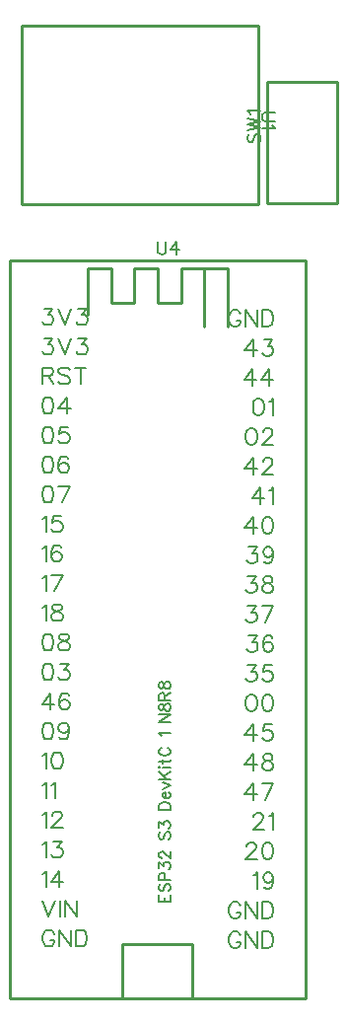
<source format=gto>
G04 Layer: TopSilkscreenLayer*
G04 EasyEDA v6.5.51, 2026-01-27 03:17:30*
G04 77339762291546cc9e75e89c24e87ab3,64650944e1e6431b8ca2675abf886f56,10*
G04 Gerber Generator version 0.2*
G04 Scale: 100 percent, Rotated: No, Reflected: No *
G04 Dimensions in millimeters *
G04 leading zeros omitted , absolute positions ,4 integer and 5 decimal *
%FSLAX45Y45*%
%MOMM*%

%ADD10C,0.1524*%
%ADD11C,0.2032*%
%ADD12C,0.2540*%
%ADD13C,0.0109*%

%LPD*%
D10*
X2821177Y3869944D02*
G01*
X2810763Y3859529D01*
X2805684Y3844036D01*
X2805684Y3823207D01*
X2810763Y3807713D01*
X2821177Y3797300D01*
X2831591Y3797300D01*
X2842006Y3802379D01*
X2847340Y3807713D01*
X2852420Y3818128D01*
X2862834Y3849370D01*
X2867913Y3859529D01*
X2873247Y3864863D01*
X2883661Y3869944D01*
X2899156Y3869944D01*
X2909570Y3859529D01*
X2914650Y3844036D01*
X2914650Y3823207D01*
X2909570Y3807713D01*
X2899156Y3797300D01*
X2805684Y3904234D02*
G01*
X2914650Y3930395D01*
X2805684Y3956304D02*
G01*
X2914650Y3930395D01*
X2805684Y3956304D02*
G01*
X2914650Y3982212D01*
X2805684Y4008120D02*
G01*
X2914650Y3982212D01*
X2826511Y4042410D02*
G01*
X2821177Y4052823D01*
X2805684Y4068571D01*
X2914650Y4068571D01*
X3036315Y4051300D02*
G01*
X2958338Y4051300D01*
X2942843Y4046220D01*
X2932429Y4035805D01*
X2927350Y4020057D01*
X2927350Y4009644D01*
X2932429Y3994150D01*
X2942843Y3983736D01*
X2958338Y3978655D01*
X3036315Y3978655D01*
X3015488Y3944365D02*
G01*
X3020822Y3933952D01*
X3036315Y3918204D01*
X2927350Y3918204D01*
X2032000Y2947515D02*
G01*
X2032000Y2869537D01*
X2037079Y2854043D01*
X2047493Y2843629D01*
X2063241Y2838549D01*
X2073656Y2838549D01*
X2089150Y2843629D01*
X2099563Y2854043D01*
X2104643Y2869537D01*
X2104643Y2947515D01*
X2191004Y2947515D02*
G01*
X2138934Y2874871D01*
X2216911Y2874871D01*
X2191004Y2947515D02*
G01*
X2191004Y2838549D01*
D11*
X1055115Y2373884D02*
G01*
X1130045Y2373884D01*
X1089152Y2319273D01*
X1109471Y2319273D01*
X1123187Y2312415D01*
X1130045Y2305557D01*
X1136904Y2285237D01*
X1136904Y2271521D01*
X1130045Y2251202D01*
X1116329Y2237486D01*
X1096010Y2230628D01*
X1075436Y2230628D01*
X1055115Y2237486D01*
X1048257Y2244344D01*
X1041400Y2258060D01*
X1181862Y2373884D02*
G01*
X1236471Y2230628D01*
X1290828Y2373884D02*
G01*
X1236471Y2230628D01*
X1349502Y2373884D02*
G01*
X1424686Y2373884D01*
X1383792Y2319273D01*
X1404112Y2319273D01*
X1417828Y2312415D01*
X1424686Y2305557D01*
X1431289Y2285237D01*
X1431289Y2271521D01*
X1424686Y2251202D01*
X1410970Y2237486D01*
X1390395Y2230628D01*
X1370076Y2230628D01*
X1349502Y2237486D01*
X1342644Y2244344D01*
X1336039Y2258060D01*
X1055115Y2119884D02*
G01*
X1130045Y2119884D01*
X1089152Y2065273D01*
X1109471Y2065273D01*
X1123187Y2058415D01*
X1130045Y2051557D01*
X1136904Y2031237D01*
X1136904Y2017521D01*
X1130045Y1997202D01*
X1116329Y1983486D01*
X1096010Y1976628D01*
X1075436Y1976628D01*
X1055115Y1983486D01*
X1048257Y1990344D01*
X1041400Y2004060D01*
X1181862Y2119884D02*
G01*
X1236471Y1976628D01*
X1290828Y2119884D02*
G01*
X1236471Y1976628D01*
X1349502Y2119884D02*
G01*
X1424686Y2119884D01*
X1383792Y2065273D01*
X1404112Y2065273D01*
X1417828Y2058415D01*
X1424686Y2051557D01*
X1431289Y2031237D01*
X1431289Y2017521D01*
X1424686Y1997202D01*
X1410970Y1983486D01*
X1390395Y1976628D01*
X1370076Y1976628D01*
X1349502Y1983486D01*
X1342644Y1990344D01*
X1336039Y2004060D01*
X1041400Y1865884D02*
G01*
X1041400Y1722628D01*
X1041400Y1865884D02*
G01*
X1102868Y1865884D01*
X1123187Y1859026D01*
X1130045Y1852168D01*
X1136904Y1838705D01*
X1136904Y1824989D01*
X1130045Y1811273D01*
X1123187Y1804415D01*
X1102868Y1797557D01*
X1041400Y1797557D01*
X1089152Y1797557D02*
G01*
X1136904Y1722628D01*
X1277365Y1845310D02*
G01*
X1263650Y1859026D01*
X1243329Y1865884D01*
X1215897Y1865884D01*
X1195578Y1859026D01*
X1181862Y1845310D01*
X1181862Y1831847D01*
X1188720Y1818131D01*
X1195578Y1811273D01*
X1209039Y1804415D01*
X1249934Y1790954D01*
X1263650Y1784095D01*
X1270507Y1777237D01*
X1277365Y1763521D01*
X1277365Y1743202D01*
X1263650Y1729486D01*
X1243329Y1722628D01*
X1215897Y1722628D01*
X1195578Y1729486D01*
X1181862Y1743202D01*
X1370076Y1865884D02*
G01*
X1370076Y1722628D01*
X1322323Y1865884D02*
G01*
X1417828Y1865884D01*
X1041400Y-2706115D02*
G01*
X1096010Y-2849371D01*
X1150365Y-2706115D02*
G01*
X1096010Y-2849371D01*
X1195578Y-2706115D02*
G01*
X1195578Y-2849371D01*
X1240536Y-2706115D02*
G01*
X1240536Y-2849371D01*
X1240536Y-2706115D02*
G01*
X1336039Y-2849371D01*
X1336039Y-2706115D02*
G01*
X1336039Y-2849371D01*
X1143762Y-2994152D02*
G01*
X1136904Y-2980689D01*
X1123187Y-2966973D01*
X1109471Y-2960115D01*
X1082294Y-2960115D01*
X1068578Y-2966973D01*
X1055115Y-2980689D01*
X1048257Y-2994152D01*
X1041400Y-3014726D01*
X1041400Y-3048762D01*
X1048257Y-3069336D01*
X1055115Y-3082797D01*
X1068578Y-3096513D01*
X1082294Y-3103371D01*
X1109471Y-3103371D01*
X1123187Y-3096513D01*
X1136904Y-3082797D01*
X1143762Y-3069336D01*
X1143762Y-3048762D01*
X1109471Y-3048762D02*
G01*
X1143762Y-3048762D01*
X1188720Y-2960115D02*
G01*
X1188720Y-3103371D01*
X1188720Y-2960115D02*
G01*
X1284223Y-3103371D01*
X1284223Y-2960115D02*
G01*
X1284223Y-3103371D01*
X1329181Y-2960115D02*
G01*
X1329181Y-3103371D01*
X1329181Y-2960115D02*
G01*
X1376934Y-2960115D01*
X1397254Y-2966973D01*
X1410970Y-2980689D01*
X1417828Y-2994152D01*
X1424686Y-3014726D01*
X1424686Y-3048762D01*
X1417828Y-3069336D01*
X1410970Y-3082797D01*
X1397254Y-3096513D01*
X1376934Y-3103371D01*
X1329181Y-3103371D01*
X1082294Y1611884D02*
G01*
X1061973Y1605026D01*
X1048257Y1584705D01*
X1041400Y1550415D01*
X1041400Y1530095D01*
X1048257Y1496060D01*
X1061973Y1475486D01*
X1082294Y1468628D01*
X1096010Y1468628D01*
X1116329Y1475486D01*
X1130045Y1496060D01*
X1136904Y1530095D01*
X1136904Y1550415D01*
X1130045Y1584705D01*
X1116329Y1605026D01*
X1096010Y1611884D01*
X1082294Y1611884D01*
X1249934Y1611884D02*
G01*
X1181862Y1516379D01*
X1284223Y1516379D01*
X1249934Y1611884D02*
G01*
X1249934Y1468628D01*
X1082294Y1357884D02*
G01*
X1061973Y1351026D01*
X1048257Y1330705D01*
X1041400Y1296415D01*
X1041400Y1276095D01*
X1048257Y1242060D01*
X1061973Y1221486D01*
X1082294Y1214628D01*
X1096010Y1214628D01*
X1116329Y1221486D01*
X1130045Y1242060D01*
X1136904Y1276095D01*
X1136904Y1296415D01*
X1130045Y1330705D01*
X1116329Y1351026D01*
X1096010Y1357884D01*
X1082294Y1357884D01*
X1263650Y1357884D02*
G01*
X1195578Y1357884D01*
X1188720Y1296415D01*
X1195578Y1303273D01*
X1215897Y1310131D01*
X1236471Y1310131D01*
X1256792Y1303273D01*
X1270507Y1289557D01*
X1277365Y1269237D01*
X1277365Y1255521D01*
X1270507Y1235202D01*
X1256792Y1221486D01*
X1236471Y1214628D01*
X1215897Y1214628D01*
X1195578Y1221486D01*
X1188720Y1228344D01*
X1181862Y1242060D01*
X1082294Y1103884D02*
G01*
X1061973Y1097026D01*
X1048257Y1076705D01*
X1041400Y1042415D01*
X1041400Y1022095D01*
X1048257Y988060D01*
X1061973Y967486D01*
X1082294Y960628D01*
X1096010Y960628D01*
X1116329Y967486D01*
X1130045Y988060D01*
X1136904Y1022095D01*
X1136904Y1042415D01*
X1130045Y1076705D01*
X1116329Y1097026D01*
X1096010Y1103884D01*
X1082294Y1103884D01*
X1263650Y1083310D02*
G01*
X1256792Y1097026D01*
X1236471Y1103884D01*
X1222755Y1103884D01*
X1202436Y1097026D01*
X1188720Y1076705D01*
X1181862Y1042415D01*
X1181862Y1008379D01*
X1188720Y981202D01*
X1202436Y967486D01*
X1222755Y960628D01*
X1229613Y960628D01*
X1249934Y967486D01*
X1263650Y981202D01*
X1270507Y1001521D01*
X1270507Y1008379D01*
X1263650Y1028954D01*
X1249934Y1042415D01*
X1229613Y1049273D01*
X1222755Y1049273D01*
X1202436Y1042415D01*
X1188720Y1028954D01*
X1181862Y1008379D01*
X1082294Y849884D02*
G01*
X1061973Y843026D01*
X1048257Y822705D01*
X1041400Y788415D01*
X1041400Y768095D01*
X1048257Y734060D01*
X1061973Y713486D01*
X1082294Y706628D01*
X1096010Y706628D01*
X1116329Y713486D01*
X1130045Y734060D01*
X1136904Y768095D01*
X1136904Y788415D01*
X1130045Y822705D01*
X1116329Y843026D01*
X1096010Y849884D01*
X1082294Y849884D01*
X1277365Y849884D02*
G01*
X1209039Y706628D01*
X1181862Y849884D02*
G01*
X1277365Y849884D01*
X1041400Y568705D02*
G01*
X1055115Y575310D01*
X1075436Y595884D01*
X1075436Y452628D01*
X1202436Y595884D02*
G01*
X1134110Y595884D01*
X1127252Y534415D01*
X1134110Y541273D01*
X1154684Y548131D01*
X1175004Y548131D01*
X1195578Y541273D01*
X1209039Y527557D01*
X1215897Y507237D01*
X1215897Y493521D01*
X1209039Y473202D01*
X1195578Y459486D01*
X1175004Y452628D01*
X1154684Y452628D01*
X1134110Y459486D01*
X1127252Y466344D01*
X1120394Y480060D01*
X1041400Y314705D02*
G01*
X1055115Y321310D01*
X1075436Y341884D01*
X1075436Y198628D01*
X1202436Y321310D02*
G01*
X1195578Y335026D01*
X1175004Y341884D01*
X1161287Y341884D01*
X1140968Y335026D01*
X1127252Y314705D01*
X1120394Y280415D01*
X1120394Y246379D01*
X1127252Y219202D01*
X1140968Y205486D01*
X1161287Y198628D01*
X1168145Y198628D01*
X1188720Y205486D01*
X1202436Y219202D01*
X1209039Y239521D01*
X1209039Y246379D01*
X1202436Y266954D01*
X1188720Y280415D01*
X1168145Y287273D01*
X1161287Y287273D01*
X1140968Y280415D01*
X1127252Y266954D01*
X1120394Y246379D01*
X1041400Y60705D02*
G01*
X1055115Y67310D01*
X1075436Y87884D01*
X1075436Y-55371D01*
X1215897Y87884D02*
G01*
X1147826Y-55371D01*
X1120394Y87884D02*
G01*
X1215897Y87884D01*
X1041400Y-193294D02*
G01*
X1055115Y-186689D01*
X1075436Y-166115D01*
X1075436Y-309371D01*
X1154684Y-166115D02*
G01*
X1134110Y-172973D01*
X1127252Y-186689D01*
X1127252Y-200152D01*
X1134110Y-213868D01*
X1147826Y-220726D01*
X1175004Y-227584D01*
X1195578Y-234442D01*
X1209039Y-247904D01*
X1215897Y-261620D01*
X1215897Y-281939D01*
X1209039Y-295655D01*
X1202436Y-302513D01*
X1181862Y-309371D01*
X1154684Y-309371D01*
X1134110Y-302513D01*
X1127252Y-295655D01*
X1120394Y-281939D01*
X1120394Y-261620D01*
X1127252Y-247904D01*
X1140968Y-234442D01*
X1161287Y-227584D01*
X1188720Y-220726D01*
X1202436Y-213868D01*
X1209039Y-200152D01*
X1209039Y-186689D01*
X1202436Y-172973D01*
X1181862Y-166115D01*
X1154684Y-166115D01*
X1082294Y-420115D02*
G01*
X1061973Y-426973D01*
X1048257Y-447294D01*
X1041400Y-481584D01*
X1041400Y-501904D01*
X1048257Y-535939D01*
X1061973Y-556513D01*
X1082294Y-563371D01*
X1096010Y-563371D01*
X1116329Y-556513D01*
X1130045Y-535939D01*
X1136904Y-501904D01*
X1136904Y-481584D01*
X1130045Y-447294D01*
X1116329Y-426973D01*
X1096010Y-420115D01*
X1082294Y-420115D01*
X1215897Y-420115D02*
G01*
X1195578Y-426973D01*
X1188720Y-440689D01*
X1188720Y-454152D01*
X1195578Y-467868D01*
X1209039Y-474726D01*
X1236471Y-481584D01*
X1256792Y-488442D01*
X1270507Y-501904D01*
X1277365Y-515620D01*
X1277365Y-535939D01*
X1270507Y-549655D01*
X1263650Y-556513D01*
X1243329Y-563371D01*
X1215897Y-563371D01*
X1195578Y-556513D01*
X1188720Y-549655D01*
X1181862Y-535939D01*
X1181862Y-515620D01*
X1188720Y-501904D01*
X1202436Y-488442D01*
X1222755Y-481584D01*
X1249934Y-474726D01*
X1263650Y-467868D01*
X1270507Y-454152D01*
X1270507Y-440689D01*
X1263650Y-426973D01*
X1243329Y-420115D01*
X1215897Y-420115D01*
X1082294Y-674115D02*
G01*
X1061973Y-680973D01*
X1048257Y-701294D01*
X1041400Y-735584D01*
X1041400Y-755904D01*
X1048257Y-789939D01*
X1061973Y-810513D01*
X1082294Y-817371D01*
X1096010Y-817371D01*
X1116329Y-810513D01*
X1130045Y-789939D01*
X1136904Y-755904D01*
X1136904Y-735584D01*
X1130045Y-701294D01*
X1116329Y-680973D01*
X1096010Y-674115D01*
X1082294Y-674115D01*
X1195578Y-674115D02*
G01*
X1270507Y-674115D01*
X1229613Y-728726D01*
X1249934Y-728726D01*
X1263650Y-735584D01*
X1270507Y-742442D01*
X1277365Y-762762D01*
X1277365Y-776478D01*
X1270507Y-796797D01*
X1256792Y-810513D01*
X1236471Y-817371D01*
X1215897Y-817371D01*
X1195578Y-810513D01*
X1188720Y-803655D01*
X1181862Y-789939D01*
X1109471Y-928115D02*
G01*
X1041400Y-1023620D01*
X1143762Y-1023620D01*
X1109471Y-928115D02*
G01*
X1109471Y-1071371D01*
X1270507Y-948689D02*
G01*
X1263650Y-934973D01*
X1243329Y-928115D01*
X1229613Y-928115D01*
X1209039Y-934973D01*
X1195578Y-955294D01*
X1188720Y-989584D01*
X1188720Y-1023620D01*
X1195578Y-1050797D01*
X1209039Y-1064513D01*
X1229613Y-1071371D01*
X1236471Y-1071371D01*
X1256792Y-1064513D01*
X1270507Y-1050797D01*
X1277365Y-1030478D01*
X1277365Y-1023620D01*
X1270507Y-1003045D01*
X1256792Y-989584D01*
X1236471Y-982726D01*
X1229613Y-982726D01*
X1209039Y-989584D01*
X1195578Y-1003045D01*
X1188720Y-1023620D01*
X1082294Y-1182115D02*
G01*
X1061973Y-1188973D01*
X1048257Y-1209294D01*
X1041400Y-1243584D01*
X1041400Y-1263904D01*
X1048257Y-1297939D01*
X1061973Y-1318513D01*
X1082294Y-1325371D01*
X1096010Y-1325371D01*
X1116329Y-1318513D01*
X1130045Y-1297939D01*
X1136904Y-1263904D01*
X1136904Y-1243584D01*
X1130045Y-1209294D01*
X1116329Y-1188973D01*
X1096010Y-1182115D01*
X1082294Y-1182115D01*
X1270507Y-1229868D02*
G01*
X1263650Y-1250442D01*
X1249934Y-1263904D01*
X1229613Y-1270762D01*
X1222755Y-1270762D01*
X1202436Y-1263904D01*
X1188720Y-1250442D01*
X1181862Y-1229868D01*
X1181862Y-1223010D01*
X1188720Y-1202689D01*
X1202436Y-1188973D01*
X1222755Y-1182115D01*
X1229613Y-1182115D01*
X1249934Y-1188973D01*
X1263650Y-1202689D01*
X1270507Y-1229868D01*
X1270507Y-1263904D01*
X1263650Y-1297939D01*
X1249934Y-1318513D01*
X1229613Y-1325371D01*
X1215897Y-1325371D01*
X1195578Y-1318513D01*
X1188720Y-1304797D01*
X1041400Y-1463294D02*
G01*
X1055115Y-1456689D01*
X1075436Y-1436115D01*
X1075436Y-1579371D01*
X1161287Y-1436115D02*
G01*
X1140968Y-1442973D01*
X1127252Y-1463294D01*
X1120394Y-1497584D01*
X1120394Y-1517904D01*
X1127252Y-1551939D01*
X1140968Y-1572513D01*
X1161287Y-1579371D01*
X1175004Y-1579371D01*
X1195578Y-1572513D01*
X1209039Y-1551939D01*
X1215897Y-1517904D01*
X1215897Y-1497584D01*
X1209039Y-1463294D01*
X1195578Y-1442973D01*
X1175004Y-1436115D01*
X1161287Y-1436115D01*
X1041400Y-1717294D02*
G01*
X1055115Y-1710689D01*
X1075436Y-1690115D01*
X1075436Y-1833371D01*
X1120394Y-1717294D02*
G01*
X1134110Y-1710689D01*
X1154684Y-1690115D01*
X1154684Y-1833371D01*
X1041400Y-1971294D02*
G01*
X1055115Y-1964689D01*
X1075436Y-1944115D01*
X1075436Y-2087371D01*
X1127252Y-1978152D02*
G01*
X1127252Y-1971294D01*
X1134110Y-1957831D01*
X1140968Y-1950973D01*
X1154684Y-1944115D01*
X1181862Y-1944115D01*
X1195578Y-1950973D01*
X1202436Y-1957831D01*
X1209039Y-1971294D01*
X1209039Y-1985010D01*
X1202436Y-1998726D01*
X1188720Y-2019045D01*
X1120394Y-2087371D01*
X1215897Y-2087371D01*
X1041400Y-2225294D02*
G01*
X1055115Y-2218689D01*
X1075436Y-2198115D01*
X1075436Y-2341371D01*
X1134110Y-2198115D02*
G01*
X1209039Y-2198115D01*
X1168145Y-2252726D01*
X1188720Y-2252726D01*
X1202436Y-2259584D01*
X1209039Y-2266442D01*
X1215897Y-2286762D01*
X1215897Y-2300478D01*
X1209039Y-2320797D01*
X1195578Y-2334513D01*
X1175004Y-2341371D01*
X1154684Y-2341371D01*
X1134110Y-2334513D01*
X1127252Y-2327655D01*
X1120394Y-2313939D01*
X1041400Y-2479294D02*
G01*
X1055115Y-2472689D01*
X1075436Y-2452115D01*
X1075436Y-2595371D01*
X1188720Y-2452115D02*
G01*
X1120394Y-2547620D01*
X1222755Y-2547620D01*
X1188720Y-2452115D02*
G01*
X1188720Y-2595371D01*
X2743961Y2327147D02*
G01*
X2737104Y2340610D01*
X2723388Y2354326D01*
X2709672Y2361184D01*
X2682493Y2361184D01*
X2668777Y2354326D01*
X2655315Y2340610D01*
X2648458Y2327147D01*
X2641600Y2306573D01*
X2641600Y2272537D01*
X2648458Y2251963D01*
X2655315Y2238502D01*
X2668777Y2224786D01*
X2682493Y2217928D01*
X2709672Y2217928D01*
X2723388Y2224786D01*
X2737104Y2238502D01*
X2743961Y2251963D01*
X2743961Y2272537D01*
X2709672Y2272537D02*
G01*
X2743961Y2272537D01*
X2788920Y2361184D02*
G01*
X2788920Y2217928D01*
X2788920Y2361184D02*
G01*
X2884424Y2217928D01*
X2884424Y2361184D02*
G01*
X2884424Y2217928D01*
X2929381Y2361184D02*
G01*
X2929381Y2217928D01*
X2929381Y2361184D02*
G01*
X2977134Y2361184D01*
X2997454Y2354326D01*
X3011170Y2340610D01*
X3018027Y2327147D01*
X3024886Y2306573D01*
X3024886Y2272537D01*
X3018027Y2251963D01*
X3011170Y2238502D01*
X2997454Y2224786D01*
X2977134Y2217928D01*
X2929381Y2217928D01*
X2850134Y2107184D02*
G01*
X2782061Y2011679D01*
X2884424Y2011679D01*
X2850134Y2107184D02*
G01*
X2850134Y1963928D01*
X2943097Y2107184D02*
G01*
X3018027Y2107184D01*
X2977134Y2052573D01*
X2997454Y2052573D01*
X3011170Y2045715D01*
X3018027Y2038857D01*
X3024886Y2018537D01*
X3024886Y2004821D01*
X3018027Y1984502D01*
X3004311Y1970786D01*
X2983991Y1963928D01*
X2963418Y1963928D01*
X2943097Y1970786D01*
X2936240Y1977644D01*
X2929381Y1991360D01*
X2843529Y1853184D02*
G01*
X2775458Y1757679D01*
X2877820Y1757679D01*
X2843529Y1853184D02*
G01*
X2843529Y1709928D01*
X2990850Y1853184D02*
G01*
X2922777Y1757679D01*
X3024886Y1757679D01*
X2990850Y1853184D02*
G01*
X2990850Y1709928D01*
X2891281Y1599184D02*
G01*
X2870961Y1592326D01*
X2857245Y1572005D01*
X2850388Y1537715D01*
X2850388Y1517395D01*
X2857245Y1483360D01*
X2870961Y1462786D01*
X2891281Y1455928D01*
X2904997Y1455928D01*
X2925318Y1462786D01*
X2939034Y1483360D01*
X2945891Y1517395D01*
X2945891Y1537715D01*
X2939034Y1572005D01*
X2925318Y1592326D01*
X2904997Y1599184D01*
X2891281Y1599184D01*
X2990850Y1572005D02*
G01*
X3004565Y1578610D01*
X3024886Y1599184D01*
X3024886Y1455928D01*
X2829813Y1345184D02*
G01*
X2809493Y1338326D01*
X2795777Y1318005D01*
X2788920Y1283715D01*
X2788920Y1263395D01*
X2795777Y1229360D01*
X2809493Y1208786D01*
X2829813Y1201928D01*
X2843529Y1201928D01*
X2863850Y1208786D01*
X2877565Y1229360D01*
X2884424Y1263395D01*
X2884424Y1283715D01*
X2877565Y1318005D01*
X2863850Y1338326D01*
X2843529Y1345184D01*
X2829813Y1345184D01*
X2936240Y1311147D02*
G01*
X2936240Y1318005D01*
X2943097Y1331468D01*
X2949956Y1338326D01*
X2963418Y1345184D01*
X2990850Y1345184D01*
X3004311Y1338326D01*
X3011170Y1331468D01*
X3018027Y1318005D01*
X3018027Y1304289D01*
X3011170Y1290573D01*
X2997454Y1270254D01*
X2929381Y1201928D01*
X3024886Y1201928D01*
X2850134Y1091184D02*
G01*
X2782061Y995679D01*
X2884424Y995679D01*
X2850134Y1091184D02*
G01*
X2850134Y947928D01*
X2936240Y1057147D02*
G01*
X2936240Y1064005D01*
X2943097Y1077468D01*
X2949702Y1084326D01*
X2963418Y1091184D01*
X2990595Y1091184D01*
X3004311Y1084326D01*
X3011170Y1077468D01*
X3018027Y1064005D01*
X3018027Y1050289D01*
X3011170Y1036573D01*
X2997454Y1016254D01*
X2929381Y947928D01*
X3024886Y947928D01*
X2911607Y837184D02*
G01*
X2843535Y741679D01*
X2945897Y741679D01*
X2911607Y837184D02*
G01*
X2911607Y693928D01*
X2990855Y810005D02*
G01*
X3004571Y816610D01*
X3024891Y837184D01*
X3024891Y693928D01*
X2850134Y583184D02*
G01*
X2782061Y487679D01*
X2884424Y487679D01*
X2850134Y583184D02*
G01*
X2850134Y439928D01*
X2970275Y583184D02*
G01*
X2949702Y576326D01*
X2936240Y556005D01*
X2929381Y521715D01*
X2929381Y501395D01*
X2936240Y467360D01*
X2949702Y446786D01*
X2970275Y439928D01*
X2983991Y439928D01*
X3004311Y446786D01*
X3018027Y467360D01*
X3024886Y501395D01*
X3024886Y521715D01*
X3018027Y556005D01*
X3004311Y576326D01*
X2983991Y583184D01*
X2970275Y583184D01*
X2809496Y329184D02*
G01*
X2884426Y329184D01*
X2843532Y274573D01*
X2863852Y274573D01*
X2877568Y267715D01*
X2884426Y260857D01*
X2891284Y240537D01*
X2891284Y226821D01*
X2884426Y206502D01*
X2870710Y192786D01*
X2850390Y185928D01*
X2829816Y185928D01*
X2809496Y192786D01*
X2802638Y199644D01*
X2795780Y213360D01*
X3024888Y281431D02*
G01*
X3018030Y260857D01*
X3004314Y247395D01*
X2983994Y240537D01*
X2977136Y240537D01*
X2956816Y247395D01*
X2943100Y260857D01*
X2936242Y281431D01*
X2936242Y288289D01*
X2943100Y308610D01*
X2956816Y322326D01*
X2977136Y329184D01*
X2983994Y329184D01*
X3004314Y322326D01*
X3018030Y308610D01*
X3024888Y281431D01*
X3024888Y247395D01*
X3018030Y213360D01*
X3004314Y192786D01*
X2983994Y185928D01*
X2970278Y185928D01*
X2949958Y192786D01*
X2943100Y206502D01*
X2802636Y75184D02*
G01*
X2877565Y75184D01*
X2836672Y20573D01*
X2856991Y20573D01*
X2870708Y13715D01*
X2877565Y6857D01*
X2884424Y-13462D01*
X2884424Y-27178D01*
X2877565Y-47497D01*
X2863850Y-61213D01*
X2843529Y-68071D01*
X2822956Y-68071D01*
X2802636Y-61213D01*
X2795777Y-54355D01*
X2788920Y-40639D01*
X2963418Y75184D02*
G01*
X2943097Y68326D01*
X2936240Y54610D01*
X2936240Y41147D01*
X2943097Y27431D01*
X2956559Y20573D01*
X2983991Y13715D01*
X3004311Y6857D01*
X3018027Y-6604D01*
X3024886Y-20320D01*
X3024886Y-40639D01*
X3018027Y-54355D01*
X3011170Y-61213D01*
X2990850Y-68071D01*
X2963418Y-68071D01*
X2943097Y-61213D01*
X2936240Y-54355D01*
X2929381Y-40639D01*
X2929381Y-20320D01*
X2936240Y-6604D01*
X2949956Y6857D01*
X2970275Y13715D01*
X2997454Y20573D01*
X3011170Y27431D01*
X3018027Y41147D01*
X3018027Y54610D01*
X3011170Y68326D01*
X2990850Y75184D01*
X2963418Y75184D01*
X2802636Y-178815D02*
G01*
X2877565Y-178815D01*
X2836672Y-233426D01*
X2856991Y-233426D01*
X2870708Y-240284D01*
X2877565Y-247142D01*
X2884424Y-267462D01*
X2884424Y-281178D01*
X2877565Y-301497D01*
X2863850Y-315213D01*
X2843529Y-322071D01*
X2822956Y-322071D01*
X2802636Y-315213D01*
X2795777Y-308355D01*
X2788920Y-294639D01*
X3024886Y-178815D02*
G01*
X2956559Y-322071D01*
X2929381Y-178815D02*
G01*
X3024886Y-178815D01*
X2809496Y-432815D02*
G01*
X2884426Y-432815D01*
X2843532Y-487426D01*
X2863852Y-487426D01*
X2877568Y-494284D01*
X2884426Y-501142D01*
X2891284Y-521462D01*
X2891284Y-535178D01*
X2884426Y-555497D01*
X2870710Y-569213D01*
X2850390Y-576071D01*
X2829816Y-576071D01*
X2809496Y-569213D01*
X2802638Y-562355D01*
X2795780Y-548639D01*
X3018030Y-453389D02*
G01*
X3011172Y-439673D01*
X2990852Y-432815D01*
X2977136Y-432815D01*
X2956816Y-439673D01*
X2943100Y-459994D01*
X2936242Y-494284D01*
X2936242Y-528320D01*
X2943100Y-555497D01*
X2956816Y-569213D01*
X2977136Y-576071D01*
X2983994Y-576071D01*
X3004314Y-569213D01*
X3018030Y-555497D01*
X3024888Y-535178D01*
X3024888Y-528320D01*
X3018030Y-507745D01*
X3004314Y-494284D01*
X2983994Y-487426D01*
X2977136Y-487426D01*
X2956816Y-494284D01*
X2943100Y-507745D01*
X2936242Y-528320D01*
X2802636Y-686815D02*
G01*
X2877565Y-686815D01*
X2836672Y-741426D01*
X2856991Y-741426D01*
X2870708Y-748284D01*
X2877565Y-755142D01*
X2884424Y-775462D01*
X2884424Y-789178D01*
X2877565Y-809497D01*
X2863850Y-823213D01*
X2843529Y-830071D01*
X2822956Y-830071D01*
X2802636Y-823213D01*
X2795777Y-816355D01*
X2788920Y-802639D01*
X3011170Y-686815D02*
G01*
X2943097Y-686815D01*
X2936240Y-748284D01*
X2943097Y-741426D01*
X2963418Y-734568D01*
X2983991Y-734568D01*
X3004311Y-741426D01*
X3018027Y-755142D01*
X3024886Y-775462D01*
X3024886Y-789178D01*
X3018027Y-809497D01*
X3004311Y-823213D01*
X2983991Y-830071D01*
X2963418Y-830071D01*
X2943097Y-823213D01*
X2936240Y-816355D01*
X2929381Y-802639D01*
X2829813Y-940815D02*
G01*
X2809493Y-947673D01*
X2795777Y-967994D01*
X2788920Y-1002284D01*
X2788920Y-1022604D01*
X2795777Y-1056639D01*
X2809493Y-1077213D01*
X2829813Y-1084071D01*
X2843529Y-1084071D01*
X2863850Y-1077213D01*
X2877565Y-1056639D01*
X2884424Y-1022604D01*
X2884424Y-1002284D01*
X2877565Y-967994D01*
X2863850Y-947673D01*
X2843529Y-940815D01*
X2829813Y-940815D01*
X2970275Y-940815D02*
G01*
X2949956Y-947673D01*
X2936240Y-967994D01*
X2929381Y-1002284D01*
X2929381Y-1022604D01*
X2936240Y-1056639D01*
X2949956Y-1077213D01*
X2970275Y-1084071D01*
X2983991Y-1084071D01*
X3004311Y-1077213D01*
X3018027Y-1056639D01*
X3024886Y-1022604D01*
X3024886Y-1002284D01*
X3018027Y-967994D01*
X3004311Y-947673D01*
X2983991Y-940815D01*
X2970275Y-940815D01*
X2850134Y-1194815D02*
G01*
X2782061Y-1290320D01*
X2884424Y-1290320D01*
X2850134Y-1194815D02*
G01*
X2850134Y-1338071D01*
X3011170Y-1194815D02*
G01*
X2943097Y-1194815D01*
X2936240Y-1256284D01*
X2943097Y-1249426D01*
X2963418Y-1242568D01*
X2983991Y-1242568D01*
X3004311Y-1249426D01*
X3018027Y-1263142D01*
X3024886Y-1283462D01*
X3024886Y-1297178D01*
X3018027Y-1317497D01*
X3004311Y-1331213D01*
X2983991Y-1338071D01*
X2963418Y-1338071D01*
X2943097Y-1331213D01*
X2936240Y-1324355D01*
X2929381Y-1310639D01*
X2850134Y-1448815D02*
G01*
X2782061Y-1544320D01*
X2884424Y-1544320D01*
X2850134Y-1448815D02*
G01*
X2850134Y-1592071D01*
X2963418Y-1448815D02*
G01*
X2943097Y-1455673D01*
X2936240Y-1469389D01*
X2936240Y-1482852D01*
X2943097Y-1496568D01*
X2956559Y-1503426D01*
X2983991Y-1510284D01*
X3004311Y-1517142D01*
X3018027Y-1530604D01*
X3024886Y-1544320D01*
X3024886Y-1564639D01*
X3018027Y-1578355D01*
X3011170Y-1585213D01*
X2990595Y-1592071D01*
X2963418Y-1592071D01*
X2943097Y-1585213D01*
X2936240Y-1578355D01*
X2929381Y-1564639D01*
X2929381Y-1544320D01*
X2936240Y-1530604D01*
X2949702Y-1517142D01*
X2970275Y-1510284D01*
X2997454Y-1503426D01*
X3011170Y-1496568D01*
X3018027Y-1482852D01*
X3018027Y-1469389D01*
X3011170Y-1455673D01*
X2990595Y-1448815D01*
X2963418Y-1448815D01*
X2850134Y-1702815D02*
G01*
X2782061Y-1798320D01*
X2884424Y-1798320D01*
X2850134Y-1702815D02*
G01*
X2850134Y-1846071D01*
X3024886Y-1702815D02*
G01*
X2956559Y-1846071D01*
X2929381Y-1702815D02*
G01*
X3024886Y-1702815D01*
X2857245Y-1990852D02*
G01*
X2857245Y-1983994D01*
X2864104Y-1970531D01*
X2870961Y-1963673D01*
X2884424Y-1956815D01*
X2911856Y-1956815D01*
X2925318Y-1963673D01*
X2932175Y-1970531D01*
X2939034Y-1983994D01*
X2939034Y-1997710D01*
X2932175Y-2011426D01*
X2918459Y-2031745D01*
X2850388Y-2100071D01*
X2945891Y-2100071D01*
X2990850Y-1983994D02*
G01*
X3004565Y-1977389D01*
X3024886Y-1956815D01*
X3024886Y-2100071D01*
X2795777Y-2244852D02*
G01*
X2795777Y-2237994D01*
X2802636Y-2224531D01*
X2809493Y-2217673D01*
X2822956Y-2210815D01*
X2850388Y-2210815D01*
X2863850Y-2217673D01*
X2870708Y-2224531D01*
X2877565Y-2237994D01*
X2877565Y-2251710D01*
X2870708Y-2265426D01*
X2856991Y-2285745D01*
X2788920Y-2354071D01*
X2884424Y-2354071D01*
X2970275Y-2210815D02*
G01*
X2949956Y-2217673D01*
X2936240Y-2237994D01*
X2929381Y-2272284D01*
X2929381Y-2292604D01*
X2936240Y-2326639D01*
X2949956Y-2347213D01*
X2970275Y-2354071D01*
X2983991Y-2354071D01*
X3004311Y-2347213D01*
X3018027Y-2326639D01*
X3024886Y-2292604D01*
X3024886Y-2272284D01*
X3018027Y-2237994D01*
X3004311Y-2217673D01*
X2983991Y-2210815D01*
X2970275Y-2210815D01*
X2857245Y-2491994D02*
G01*
X2870961Y-2485389D01*
X2891281Y-2464815D01*
X2891281Y-2608071D01*
X3024886Y-2512568D02*
G01*
X3018281Y-2533142D01*
X3004565Y-2546604D01*
X2983991Y-2553462D01*
X2977134Y-2553462D01*
X2956813Y-2546604D01*
X2943097Y-2533142D01*
X2936240Y-2512568D01*
X2936240Y-2505710D01*
X2943097Y-2485389D01*
X2956813Y-2471673D01*
X2977134Y-2464815D01*
X2983991Y-2464815D01*
X3004565Y-2471673D01*
X3018281Y-2485389D01*
X3024886Y-2512568D01*
X3024886Y-2546604D01*
X3018281Y-2580639D01*
X3004565Y-2601213D01*
X2983991Y-2608071D01*
X2970529Y-2608071D01*
X2949956Y-2601213D01*
X2943097Y-2587497D01*
X2743961Y-2752852D02*
G01*
X2737104Y-2739389D01*
X2723388Y-2725673D01*
X2709672Y-2718815D01*
X2682493Y-2718815D01*
X2668777Y-2725673D01*
X2655315Y-2739389D01*
X2648458Y-2752852D01*
X2641600Y-2773426D01*
X2641600Y-2807462D01*
X2648458Y-2828036D01*
X2655315Y-2841497D01*
X2668777Y-2855213D01*
X2682493Y-2862071D01*
X2709672Y-2862071D01*
X2723388Y-2855213D01*
X2737104Y-2841497D01*
X2743961Y-2828036D01*
X2743961Y-2807462D01*
X2709672Y-2807462D02*
G01*
X2743961Y-2807462D01*
X2788920Y-2718815D02*
G01*
X2788920Y-2862071D01*
X2788920Y-2718815D02*
G01*
X2884424Y-2862071D01*
X2884424Y-2718815D02*
G01*
X2884424Y-2862071D01*
X2929381Y-2718815D02*
G01*
X2929381Y-2862071D01*
X2929381Y-2718815D02*
G01*
X2977134Y-2718815D01*
X2997454Y-2725673D01*
X3011170Y-2739389D01*
X3018027Y-2752852D01*
X3024886Y-2773426D01*
X3024886Y-2807462D01*
X3018027Y-2828036D01*
X3011170Y-2841497D01*
X2997454Y-2855213D01*
X2977134Y-2862071D01*
X2929381Y-2862071D01*
X2743961Y-3006852D02*
G01*
X2737104Y-2993389D01*
X2723388Y-2979673D01*
X2709672Y-2972815D01*
X2682493Y-2972815D01*
X2668777Y-2979673D01*
X2655315Y-2993389D01*
X2648458Y-3006852D01*
X2641600Y-3027426D01*
X2641600Y-3061462D01*
X2648458Y-3082036D01*
X2655315Y-3095497D01*
X2668777Y-3109213D01*
X2682493Y-3116071D01*
X2709672Y-3116071D01*
X2723388Y-3109213D01*
X2737104Y-3095497D01*
X2743961Y-3082036D01*
X2743961Y-3061462D01*
X2709672Y-3061462D02*
G01*
X2743961Y-3061462D01*
X2788920Y-2972815D02*
G01*
X2788920Y-3116071D01*
X2788920Y-2972815D02*
G01*
X2884424Y-3116071D01*
X2884424Y-2972815D02*
G01*
X2884424Y-3116071D01*
X2929381Y-2972815D02*
G01*
X2929381Y-3116071D01*
X2929381Y-2972815D02*
G01*
X2977134Y-2972815D01*
X2997454Y-2979673D01*
X3011170Y-2993389D01*
X3018027Y-3006852D01*
X3024886Y-3027426D01*
X3024886Y-3061462D01*
X3018027Y-3082036D01*
X3011170Y-3095497D01*
X2997454Y-3109213D01*
X2977134Y-3116071D01*
X2929381Y-3116071D01*
X2045461Y-2717800D02*
G01*
X2140965Y-2717800D01*
X2045461Y-2717800D02*
G01*
X2045461Y-2658618D01*
X2090927Y-2717800D02*
G01*
X2090927Y-2681478D01*
X2140965Y-2717800D02*
G01*
X2140965Y-2658618D01*
X2058924Y-2565145D02*
G01*
X2050034Y-2574289D01*
X2045461Y-2587752D01*
X2045461Y-2606039D01*
X2050034Y-2619502D01*
X2058924Y-2628645D01*
X2068068Y-2628645D01*
X2077211Y-2624073D01*
X2081784Y-2619502D01*
X2086356Y-2610612D01*
X2095500Y-2583179D01*
X2099818Y-2574289D01*
X2104390Y-2569718D01*
X2113534Y-2565145D01*
X2127250Y-2565145D01*
X2136393Y-2574289D01*
X2140965Y-2587752D01*
X2140965Y-2606039D01*
X2136393Y-2619502D01*
X2127250Y-2628645D01*
X2045461Y-2535173D02*
G01*
X2140965Y-2535173D01*
X2045461Y-2535173D02*
G01*
X2045461Y-2494279D01*
X2050034Y-2480563D01*
X2054606Y-2475992D01*
X2063495Y-2471420D01*
X2077211Y-2471420D01*
X2086356Y-2475992D01*
X2090927Y-2480563D01*
X2095500Y-2494279D01*
X2095500Y-2535173D01*
X2045461Y-2432304D02*
G01*
X2045461Y-2382265D01*
X2081784Y-2409697D01*
X2081784Y-2395981D01*
X2086356Y-2386837D01*
X2090927Y-2382265D01*
X2104390Y-2377694D01*
X2113534Y-2377694D01*
X2127250Y-2382265D01*
X2136393Y-2391410D01*
X2140965Y-2405126D01*
X2140965Y-2418587D01*
X2136393Y-2432304D01*
X2131822Y-2436876D01*
X2122677Y-2441447D01*
X2068068Y-2343150D02*
G01*
X2063495Y-2343150D01*
X2054606Y-2338831D01*
X2050034Y-2334260D01*
X2045461Y-2325115D01*
X2045461Y-2306828D01*
X2050034Y-2297684D01*
X2054606Y-2293365D01*
X2063495Y-2288794D01*
X2072640Y-2288794D01*
X2081784Y-2293365D01*
X2095500Y-2302255D01*
X2140965Y-2347721D01*
X2140965Y-2284221D01*
X2058924Y-2120645D02*
G01*
X2050034Y-2129536D01*
X2045461Y-2143252D01*
X2045461Y-2161539D01*
X2050034Y-2175002D01*
X2058924Y-2184145D01*
X2068068Y-2184145D01*
X2077211Y-2179573D01*
X2081784Y-2175002D01*
X2086356Y-2165857D01*
X2095500Y-2138679D01*
X2099818Y-2129536D01*
X2104390Y-2124963D01*
X2113534Y-2120645D01*
X2127250Y-2120645D01*
X2136393Y-2129536D01*
X2140965Y-2143252D01*
X2140965Y-2161539D01*
X2136393Y-2175002D01*
X2127250Y-2184145D01*
X2045461Y-2081529D02*
G01*
X2045461Y-2031492D01*
X2081784Y-2058670D01*
X2081784Y-2044954D01*
X2086356Y-2036063D01*
X2090927Y-2031492D01*
X2104390Y-2026920D01*
X2113534Y-2026920D01*
X2127250Y-2031492D01*
X2136393Y-2040636D01*
X2140965Y-2054097D01*
X2140965Y-2067813D01*
X2136393Y-2081529D01*
X2131822Y-2086102D01*
X2122677Y-2090420D01*
X2045461Y-1926844D02*
G01*
X2140965Y-1926844D01*
X2045461Y-1926844D02*
G01*
X2045461Y-1895094D01*
X2050034Y-1881378D01*
X2058924Y-1872234D01*
X2068068Y-1867915D01*
X2081784Y-1863344D01*
X2104390Y-1863344D01*
X2118106Y-1867915D01*
X2127250Y-1872234D01*
X2136393Y-1881378D01*
X2140965Y-1895094D01*
X2140965Y-1926844D01*
X2104390Y-1833371D02*
G01*
X2104390Y-1778762D01*
X2095500Y-1778762D01*
X2086356Y-1783334D01*
X2081784Y-1787905D01*
X2077211Y-1796795D01*
X2077211Y-1810512D01*
X2081784Y-1819655D01*
X2090927Y-1828800D01*
X2104390Y-1833371D01*
X2113534Y-1833371D01*
X2127250Y-1828800D01*
X2136393Y-1819655D01*
X2140965Y-1810512D01*
X2140965Y-1796795D01*
X2136393Y-1787905D01*
X2127250Y-1778762D01*
X2077211Y-1748789D02*
G01*
X2140965Y-1721357D01*
X2077211Y-1694179D02*
G01*
X2140965Y-1721357D01*
X2045461Y-1664207D02*
G01*
X2140965Y-1664207D01*
X2045461Y-1600454D02*
G01*
X2108961Y-1664207D01*
X2086356Y-1641347D02*
G01*
X2140965Y-1600454D01*
X2045461Y-1570481D02*
G01*
X2050034Y-1565910D01*
X2045461Y-1561337D01*
X2040890Y-1565910D01*
X2045461Y-1570481D01*
X2077211Y-1565910D02*
G01*
X2140965Y-1565910D01*
X2045461Y-1517904D02*
G01*
X2122677Y-1517904D01*
X2136393Y-1513331D01*
X2140965Y-1504187D01*
X2140965Y-1495044D01*
X2077211Y-1531365D02*
G01*
X2077211Y-1499615D01*
X2068068Y-1397000D02*
G01*
X2058924Y-1401318D01*
X2050034Y-1410462D01*
X2045461Y-1419605D01*
X2045461Y-1437894D01*
X2050034Y-1446784D01*
X2058924Y-1455928D01*
X2068068Y-1460500D01*
X2081784Y-1465071D01*
X2104390Y-1465071D01*
X2118106Y-1460500D01*
X2127250Y-1455928D01*
X2136393Y-1446784D01*
X2140965Y-1437894D01*
X2140965Y-1419605D01*
X2136393Y-1410462D01*
X2127250Y-1401318D01*
X2118106Y-1397000D01*
X2063495Y-1296923D02*
G01*
X2058924Y-1287779D01*
X2045461Y-1274063D01*
X2140965Y-1274063D01*
X2045461Y-1174242D02*
G01*
X2140965Y-1174242D01*
X2045461Y-1174242D02*
G01*
X2140965Y-1110487D01*
X2045461Y-1110487D02*
G01*
X2140965Y-1110487D01*
X2045461Y-1057910D02*
G01*
X2050034Y-1071371D01*
X2058924Y-1075944D01*
X2068068Y-1075944D01*
X2077211Y-1071371D01*
X2081784Y-1062228D01*
X2086356Y-1044194D01*
X2090927Y-1030478D01*
X2099818Y-1021334D01*
X2108961Y-1017015D01*
X2122677Y-1017015D01*
X2131822Y-1021334D01*
X2136393Y-1025905D01*
X2140965Y-1039621D01*
X2140965Y-1057910D01*
X2136393Y-1071371D01*
X2131822Y-1075944D01*
X2122677Y-1080515D01*
X2108961Y-1080515D01*
X2099818Y-1075944D01*
X2090927Y-1066800D01*
X2086356Y-1053337D01*
X2081784Y-1035050D01*
X2077211Y-1025905D01*
X2068068Y-1021334D01*
X2058924Y-1021334D01*
X2050034Y-1025905D01*
X2045461Y-1039621D01*
X2045461Y-1057910D01*
X2045461Y-986789D02*
G01*
X2140965Y-986789D01*
X2045461Y-986789D02*
G01*
X2045461Y-945895D01*
X2050034Y-932434D01*
X2054606Y-927862D01*
X2063495Y-923289D01*
X2072640Y-923289D01*
X2081784Y-927862D01*
X2086356Y-932434D01*
X2090927Y-945895D01*
X2090927Y-986789D01*
X2090927Y-955039D02*
G01*
X2140965Y-923289D01*
X2045461Y-870457D02*
G01*
X2050034Y-884173D01*
X2058924Y-888745D01*
X2068068Y-888745D01*
X2077211Y-884173D01*
X2081784Y-875029D01*
X2086356Y-856995D01*
X2090927Y-843279D01*
X2099818Y-834136D01*
X2108961Y-829563D01*
X2122677Y-829563D01*
X2131822Y-834136D01*
X2136393Y-838707D01*
X2140965Y-852423D01*
X2140965Y-870457D01*
X2136393Y-884173D01*
X2131822Y-888745D01*
X2122677Y-893318D01*
X2108961Y-893318D01*
X2099818Y-888745D01*
X2090927Y-879602D01*
X2086356Y-865886D01*
X2081784Y-847852D01*
X2077211Y-838707D01*
X2068068Y-834136D01*
X2058924Y-834136D01*
X2050034Y-838707D01*
X2045461Y-852423D01*
X2045461Y-870457D01*
D12*
X3576599Y3276600D02*
G01*
X3576599Y4318000D01*
X2976600Y3276600D02*
G01*
X2976600Y4318000D01*
X2976600Y3276600D02*
G01*
X3576599Y3276600D01*
X2976600Y4318000D02*
G01*
X3576599Y4318000D01*
X863600Y3263900D02*
G01*
X863600Y4800600D01*
X2895600Y4800600D01*
X2895600Y3263900D01*
X863600Y3263900D01*
X3301997Y-3545989D02*
G01*
X761997Y-3545989D01*
X3301997Y2783992D02*
G01*
X3301997Y-3545989D01*
X761997Y-3545989D02*
G01*
X761997Y2783992D01*
X761997Y2783992D02*
G01*
X3301997Y2783992D01*
X1731998Y-3080994D02*
G01*
X2331996Y-3080994D01*
X2331996Y-3545989D01*
X1731998Y-3080994D02*
G01*
X1731998Y-3545989D01*
X2420190Y2718991D02*
G01*
X2631998Y2718991D01*
X2631998Y2218997D01*
X1632008Y2718991D02*
G01*
X1632008Y2418996D01*
X1831997Y2418996D01*
X1831997Y2718991D01*
X2031997Y2718991D01*
X2031997Y2418996D01*
X2231997Y2418996D01*
X2231997Y2718991D01*
X2431996Y2718991D01*
X2431996Y2218997D01*
X1632008Y2718991D02*
G01*
X1431996Y2718991D01*
X1431996Y2318997D01*
M02*

</source>
